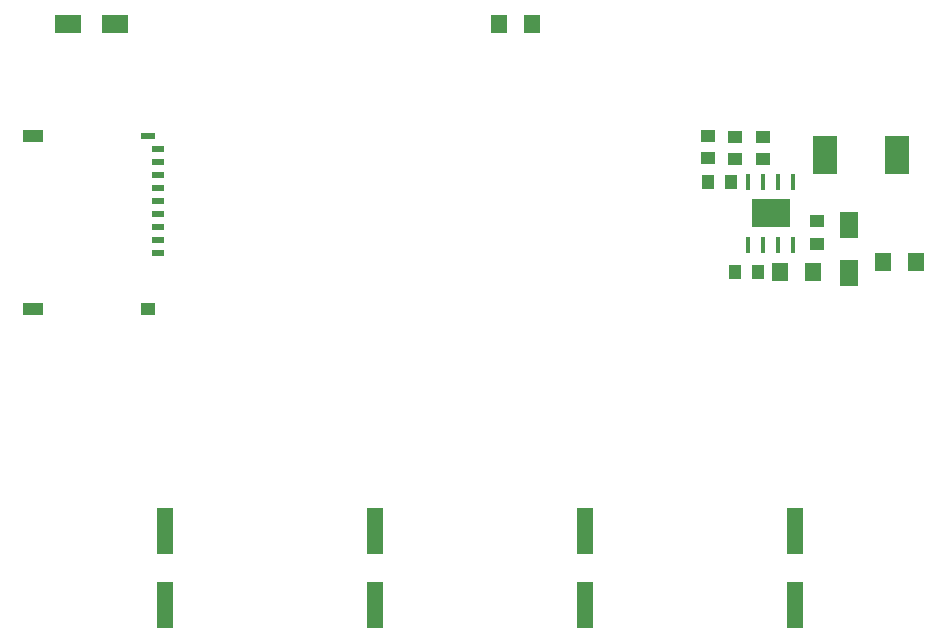
<source format=gbr>
G04 DipTrace 3.3.1.3*
G04 TopPaste.gbr*
%MOIN*%
G04 #@! TF.FileFunction,Paste,Top*
G04 #@! TF.Part,Single*
%ADD61R,0.090394X0.058898*%
%ADD65R,0.130157X0.095118*%
%ADD67R,0.015984X0.054961*%
%ADD73R,0.04315X0.051024*%
%ADD77R,0.084488X0.129764*%
%ADD79R,0.047087X0.023465*%
%ADD81R,0.047087X0.039213*%
%ADD83R,0.070709X0.039213*%
%ADD85R,0.04315X0.019528*%
%ADD99R,0.058898X0.090394*%
%ADD101R,0.054961X0.062835*%
%ADD103R,0.051024X0.04315*%
%ADD105R,0.054961X0.155354*%
%FSLAX26Y26*%
G04*
G70*
G90*
G75*
G01*
G04 TopPaste*
%LPD*%
D105*
X993701Y1068701D3*
Y1316732D3*
X1693701Y1068701D3*
Y1316732D3*
X2393701Y1068701D3*
Y1316732D3*
D103*
X3167409Y2348255D3*
Y2273451D3*
D101*
X3154409Y2179255D3*
X3044173D3*
D103*
X2985409Y2556255D3*
Y2631058D3*
D101*
X3387430Y2212488D3*
X3497667D3*
D105*
X3093701Y1068701D3*
Y1316732D3*
D99*
X3271409Y2335255D3*
Y2177774D3*
D85*
X968701Y2243701D3*
Y2287008D3*
Y2330315D3*
Y2373622D3*
Y2416929D3*
Y2460236D3*
Y2503543D3*
Y2546850D3*
Y2590157D3*
D83*
X553346Y2055512D3*
D81*
X935236D3*
D79*
Y2633465D3*
D83*
X553346D3*
D77*
X3193701Y2568701D3*
X3431890D3*
D73*
X2894409Y2179255D3*
X2969213D3*
D103*
X2894409Y2556255D3*
Y2631058D3*
X2803409Y2634255D3*
Y2559451D3*
D73*
Y2478255D3*
X2878213D3*
D67*
X3087462Y2481210D3*
X3037462D3*
X2987462D3*
X2937462D3*
Y2268612D3*
X2987462D3*
X3037462D3*
X3087462D3*
D65*
X3012462Y2374911D3*
D61*
X668701Y3006201D3*
X826181D3*
D101*
X2106201D3*
X2216437D3*
M02*

</source>
